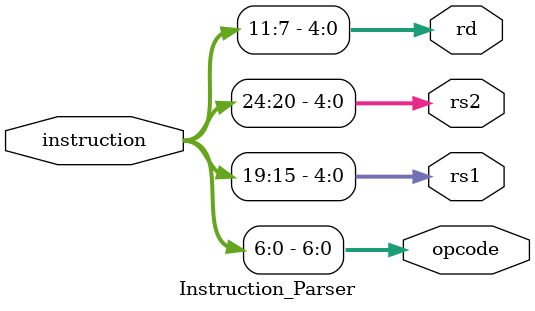
<source format=sv>
module Instruction_Parser(
    input logic [31:0] instruction,
    output logic [6:0] opcode,
    output logic [4:0] rs1, rs2, rd
);

    assign opcode = instruction[6:0];
    assign rs1 = instruction[19:15];
    assign rs2 = instruction[24:20];

// if (instruction[6:0] == 7'b0110011 || instruction[6:0] == 7'b0010011 )
    assign rd =  instruction[11:7];


endmodule
</source>
